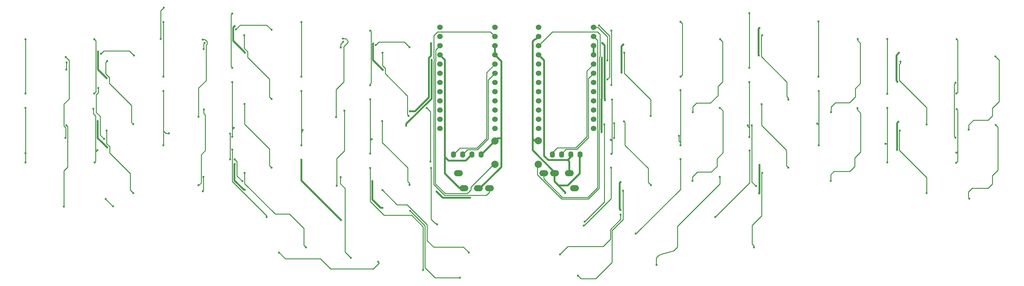
<source format=gtl>
G04 #@! TF.GenerationSoftware,KiCad,Pcbnew,(6.0.7)*
G04 #@! TF.CreationDate,2022-09-24T11:59:02+09:00*
G04 #@! TF.ProjectId,corne-cherry,636f726e-652d-4636-9865-7272792e6b69,3.0.1*
G04 #@! TF.SameCoordinates,Original*
G04 #@! TF.FileFunction,Copper,L1,Top*
G04 #@! TF.FilePolarity,Positive*
%FSLAX46Y46*%
G04 Gerber Fmt 4.6, Leading zero omitted, Abs format (unit mm)*
G04 Created by KiCad (PCBNEW (6.0.7)) date 2022-09-24 11:59:02*
%MOMM*%
%LPD*%
G01*
G04 APERTURE LIST*
G04 #@! TA.AperFunction,ComponentPad*
%ADD10C,1.524000*%
G04 #@! TD*
G04 #@! TA.AperFunction,ComponentPad*
%ADD11C,2.000000*%
G04 #@! TD*
G04 #@! TA.AperFunction,ComponentPad*
%ADD12O,1.397000X1.778000*%
G04 #@! TD*
G04 #@! TA.AperFunction,ComponentPad*
%ADD13O,2.500000X1.700000*%
G04 #@! TD*
G04 #@! TA.AperFunction,ViaPad*
%ADD14C,0.600000*%
G04 #@! TD*
G04 #@! TA.AperFunction,Conductor*
%ADD15C,0.250000*%
G04 #@! TD*
G04 #@! TA.AperFunction,Conductor*
%ADD16C,0.508000*%
G04 #@! TD*
G04 #@! TA.AperFunction,Conductor*
%ADD17C,0.500000*%
G04 #@! TD*
G04 #@! TA.AperFunction,Conductor*
%ADD18C,0.254000*%
G04 #@! TD*
G04 APERTURE END LIST*
D10*
X127203900Y-31942000D03*
X127203900Y-34482000D03*
X127203900Y-37022000D03*
X127203900Y-39562000D03*
X127203900Y-42102000D03*
X127203900Y-44642000D03*
X127203900Y-47182000D03*
X127203900Y-49722000D03*
X127203900Y-52262000D03*
X127203900Y-54802000D03*
X127203900Y-57342000D03*
X127203900Y-59882000D03*
X142423900Y-59882000D03*
X142423900Y-57342000D03*
X142423900Y-54802000D03*
X142423900Y-52262000D03*
X142423900Y-49722000D03*
X142423900Y-47182000D03*
X142423900Y-44642000D03*
X142423900Y-42102000D03*
X142423900Y-39562000D03*
X142423900Y-37022000D03*
X142423900Y-34482000D03*
X142423900Y-31942000D03*
X154378900Y-31912000D03*
X154378900Y-34452000D03*
X154378900Y-36992000D03*
X154378900Y-39532000D03*
X154378900Y-42072000D03*
X154378900Y-44612000D03*
X154378900Y-47152000D03*
X154378900Y-49692000D03*
X154378900Y-52232000D03*
X154378900Y-54772000D03*
X154378900Y-57312000D03*
X154378900Y-59852000D03*
X169598900Y-59852000D03*
X169598900Y-57312000D03*
X169598900Y-54772000D03*
X169598900Y-52232000D03*
X169598900Y-49692000D03*
X169598900Y-47152000D03*
X169598900Y-44612000D03*
X169598900Y-42072000D03*
X169598900Y-39532000D03*
X169598900Y-36992000D03*
X169598900Y-34452000D03*
X169598900Y-31912000D03*
D11*
X154304500Y-63272000D03*
X154304500Y-69772000D03*
X142424500Y-63281000D03*
X142424500Y-69781000D03*
D12*
X165797500Y-67020000D03*
X163257500Y-67020000D03*
X160717500Y-67020000D03*
X158177500Y-67020000D03*
X138568500Y-67028000D03*
X136028500Y-67028000D03*
X133488500Y-67028000D03*
X130948500Y-67028000D03*
D13*
X164337500Y-76370000D03*
X162837500Y-72170000D03*
X158837500Y-72170000D03*
X155837500Y-72170000D03*
X132334500Y-72192000D03*
X133834500Y-76392000D03*
X137834500Y-76392000D03*
X140834500Y-76392000D03*
D14*
X50307500Y-35105000D03*
X51107500Y-26505000D03*
X123607500Y-54205000D03*
X124607500Y-69005000D03*
X69382500Y-61305000D03*
X69382500Y-68405000D03*
X126493737Y-86382353D03*
X124807500Y-70805000D03*
X124807500Y-36305000D03*
X111507500Y-43705000D03*
X70632500Y-31605000D03*
X73507500Y-38905000D03*
X33032500Y-38605000D03*
X35407500Y-46005000D03*
X32932500Y-57805000D03*
X35507500Y-65105000D03*
X70632500Y-69705000D03*
X73507500Y-76804998D03*
X108632500Y-74405000D03*
X111407500Y-81805000D03*
X118907500Y-55105000D03*
X126297500Y-77305000D03*
X135547500Y-78960000D03*
X108862510Y-36393716D03*
X117907500Y-59105000D03*
X124957510Y-40905000D03*
X13007500Y-35205000D03*
X13007500Y-50205000D03*
X13007500Y-54205000D03*
X13007500Y-69205000D03*
X13007500Y-66705000D03*
X32007500Y-35205000D03*
X32107500Y-69205000D03*
X31707500Y-54405000D03*
X31964840Y-50194907D03*
X32796949Y-65894449D03*
X51007500Y-30505000D03*
X51007500Y-45505000D03*
X51007500Y-49505000D03*
X51007500Y-64505000D03*
X52577078Y-61174578D03*
X70007500Y-28105000D03*
X70007500Y-43105000D03*
X70007500Y-47105000D03*
X70007500Y-62105000D03*
X70407500Y-59705000D03*
X70007500Y-65705000D03*
X79507500Y-84305000D03*
X89007500Y-30505000D03*
X89007500Y-45505000D03*
X89007500Y-49505000D03*
X89007500Y-64505000D03*
X89407500Y-60305000D03*
X89007500Y-68505000D03*
X100007500Y-85205000D03*
X108007500Y-32805000D03*
X108007500Y-47905000D03*
X108007500Y-51805000D03*
X108007500Y-66805000D03*
X108407504Y-62805000D03*
X108007500Y-70805000D03*
X122607500Y-99005000D03*
X173357500Y-46265000D03*
X171063762Y-31389024D03*
X175232500Y-58415010D03*
X175232500Y-62500000D03*
X172537500Y-58715000D03*
X167110558Y-85628058D03*
X173357500Y-41015000D03*
X269607500Y-35205000D03*
X269507500Y-69305000D03*
X269617500Y-54555000D03*
X269592510Y-50205000D03*
X269547500Y-66550000D03*
X250507500Y-35105000D03*
X250507500Y-50305000D03*
X250507500Y-54205000D03*
X250507500Y-69205000D03*
X249997500Y-64100010D03*
X231507500Y-30305000D03*
X231507500Y-45505000D03*
X231607500Y-49505000D03*
X231607500Y-64505000D03*
X231234449Y-58513051D03*
X212507500Y-28005000D03*
X212507500Y-43105000D03*
X212507500Y-47105000D03*
X212507500Y-62205000D03*
X203087500Y-84335000D03*
X212557500Y-65985000D03*
X212107500Y-59020000D03*
X193507500Y-30405000D03*
X193507500Y-45505000D03*
X193507500Y-49305000D03*
X193507500Y-64505000D03*
X193517500Y-68325000D03*
X181187500Y-88895000D03*
X193137500Y-61875000D03*
X174507500Y-32805000D03*
X174507500Y-47805000D03*
X174607500Y-51905000D03*
X174507500Y-66905000D03*
X174417500Y-70675000D03*
X166887500Y-86675000D03*
X174297500Y-63015000D03*
X171857490Y-40305000D03*
X171787500Y-60895000D03*
X171934500Y-36205000D03*
X161807500Y-77705000D03*
X177037500Y-82385000D03*
X176987500Y-74685000D03*
X215257500Y-69915000D03*
X253577500Y-58005000D03*
X253757500Y-38945000D03*
X215297500Y-32055000D03*
X177777500Y-36645000D03*
X177253436Y-44469389D03*
X215217502Y-77775000D03*
X215152490Y-39708861D03*
X253314993Y-46956653D03*
X253172490Y-65734017D03*
X172707500Y-52045000D03*
X33107500Y-48705000D03*
X34727500Y-62720000D03*
X80807500Y-32605000D03*
X62107506Y-37954990D03*
X71007500Y-32505000D03*
X62387500Y-36246952D03*
X118807500Y-37405000D03*
X99882500Y-37455000D03*
X100597500Y-35880000D03*
X109562521Y-36805000D03*
X24107500Y-40105000D03*
X24007500Y-62505000D03*
X35507500Y-41205000D03*
X42707500Y-58705000D03*
X60707500Y-56655000D03*
X61907500Y-35305000D03*
X73307500Y-34105000D03*
X80807500Y-51705000D03*
X98607500Y-56755000D03*
X100443699Y-35003426D03*
X111407500Y-38905000D03*
X118607500Y-56405000D03*
X24307500Y-59005000D03*
X23607500Y-81405000D03*
X35407500Y-60405000D03*
X42707500Y-77705000D03*
X73407500Y-53105000D03*
X80807500Y-70705000D03*
X98807500Y-75705000D03*
X100857500Y-54905000D03*
X111307500Y-57805000D03*
X118807500Y-75405000D03*
X73407500Y-72105000D03*
X90307500Y-92705000D03*
X111407500Y-76905000D03*
X135200692Y-94111767D03*
X110207500Y-96705000D03*
X82907500Y-94105000D03*
X119007500Y-82605000D03*
X132707500Y-101105000D03*
X269282500Y-47215000D03*
X269261664Y-62382960D03*
X280317500Y-39965000D03*
X272977500Y-60175000D03*
X261307500Y-58745000D03*
X254167500Y-41355002D03*
X223232169Y-51890331D03*
X216047500Y-34105000D03*
X204437500Y-35185000D03*
X196907500Y-55365000D03*
X185337500Y-56385000D03*
X178037510Y-38905000D03*
X70707500Y-68405000D03*
X72757500Y-74440000D03*
X42907500Y-39705000D03*
X33807500Y-39205000D03*
X24402733Y-41609990D03*
X24307500Y-43570010D03*
X62232510Y-54605000D03*
X60677169Y-75535331D03*
X37107500Y-81355000D03*
X35107500Y-79305000D03*
X61907500Y-77205000D03*
X62032510Y-73205000D03*
X99907500Y-73305000D03*
X102707500Y-95605000D03*
X214327500Y-75765000D03*
X213147500Y-58980002D03*
X160337500Y-94635000D03*
X177042490Y-83655000D03*
X280367500Y-58895000D03*
X273117500Y-79255000D03*
X261327500Y-77755000D03*
X254007500Y-60425000D03*
X242277500Y-54295000D03*
X234907500Y-74355000D03*
X223267169Y-70725331D03*
X215897500Y-53155000D03*
X204397500Y-54145000D03*
X196857500Y-74365000D03*
X185367500Y-75525000D03*
X177937500Y-57865000D03*
X213767500Y-92735000D03*
X216007500Y-72135000D03*
X204327500Y-73235000D03*
X186947500Y-97485000D03*
X165207500Y-100455000D03*
X177707500Y-77035000D03*
X242337500Y-35145000D03*
X234977500Y-55355000D03*
D15*
X50307500Y-27305000D02*
X51107500Y-26505000D01*
X50307500Y-35105000D02*
X50307500Y-27305000D01*
X124607500Y-55205000D02*
X124607500Y-69005000D01*
X123607500Y-54205000D02*
X124607500Y-55205000D01*
X69382500Y-61305000D02*
X69382500Y-68405000D01*
X126193738Y-86082354D02*
X125984854Y-86082354D01*
X126493737Y-86382353D02*
X126193738Y-86082354D01*
X124782499Y-70830001D02*
X124807500Y-70805000D01*
X124782499Y-84879999D02*
X124782499Y-70830001D01*
X125984854Y-86082354D02*
X124782499Y-84879999D01*
D16*
X142423900Y-37022000D02*
X142423900Y-39562000D01*
X144134500Y-41272600D02*
X144134500Y-62571000D01*
X142423900Y-39562000D02*
X144134500Y-41272600D01*
X138677500Y-67028000D02*
X138568500Y-67028000D01*
X142424500Y-63281000D02*
X138677500Y-67028000D01*
X143134500Y-62571000D02*
X142424500Y-63281000D01*
X144134500Y-62571000D02*
X143134500Y-62571000D01*
X138302500Y-76392000D02*
X138568500Y-76658000D01*
X138256500Y-76392000D02*
X138302500Y-76392000D01*
X144134500Y-70514000D02*
X138256500Y-76392000D01*
X144134500Y-62571000D02*
X144134500Y-70514000D01*
D17*
X33032500Y-38605000D02*
X33032500Y-43630000D01*
X33032500Y-43630000D02*
X35407500Y-46005000D01*
X34007500Y-63605000D02*
X35507500Y-65105000D01*
X32932500Y-62530000D02*
X34007500Y-63605000D01*
X32932500Y-57805000D02*
X32932500Y-62530000D01*
X70607500Y-74205000D02*
X73207498Y-76804998D01*
X73207498Y-76804998D02*
X73507500Y-76804998D01*
X70607500Y-69730000D02*
X70607500Y-74205000D01*
X70632500Y-69705000D02*
X70607500Y-69730000D01*
X108632500Y-74405000D02*
X108632500Y-79530000D01*
X110907500Y-81805000D02*
X111407500Y-81805000D01*
X108632500Y-79530000D02*
X110907500Y-81805000D01*
X119331764Y-55105000D02*
X118907500Y-55105000D01*
X124807500Y-36305000D02*
X124807500Y-39805000D01*
X124207500Y-51305000D02*
X120407500Y-55105000D01*
X124207500Y-40405000D02*
X124207500Y-51305000D01*
X124807500Y-39805000D02*
X124207500Y-40405000D01*
X120407500Y-55105000D02*
X119331764Y-55105000D01*
X70257498Y-31980002D02*
X70257498Y-35654998D01*
X70257498Y-35654998D02*
X73207501Y-38605001D01*
X70632500Y-31605000D02*
X70257498Y-31980002D01*
X73207501Y-38605001D02*
X73507500Y-38905000D01*
X135123236Y-78960000D02*
X135547500Y-78960000D01*
X127952500Y-78960000D02*
X135123236Y-78960000D01*
X126297500Y-77305000D02*
X127952500Y-78960000D01*
X111507500Y-43705000D02*
X108812511Y-41010011D01*
X108812511Y-36443715D02*
X108862510Y-36393716D01*
X108812511Y-41010011D02*
X108812511Y-36443715D01*
X124907500Y-40955010D02*
X124957510Y-40905000D01*
X117907500Y-58605000D02*
X124907500Y-51605000D01*
X124907500Y-51605000D02*
X124907500Y-40955010D01*
X117907500Y-59105000D02*
X117907500Y-58605000D01*
D16*
X128627500Y-40937000D02*
X128627500Y-67737000D01*
X128419901Y-40778001D02*
X128468501Y-40778001D01*
X128468501Y-40778001D02*
X128627500Y-40937000D01*
X127203900Y-39562000D02*
X128419901Y-40778001D01*
X132682500Y-76392000D02*
X128627500Y-72337000D01*
X128627500Y-72337000D02*
X128627500Y-67737000D01*
X133834500Y-76392000D02*
X132682500Y-76392000D01*
X134326500Y-68730000D02*
X136028500Y-67028000D01*
X129620500Y-68730000D02*
X134326500Y-68730000D01*
X128627500Y-67737000D02*
X129620500Y-68730000D01*
D15*
X13007500Y-35205000D02*
X13007500Y-50205000D01*
X13007500Y-54205000D02*
X13007500Y-57305000D01*
X13007500Y-66705000D02*
X13007500Y-69205000D01*
X13007500Y-57305000D02*
X13007500Y-66705000D01*
X32307500Y-69005000D02*
X32107500Y-69205000D01*
X31707500Y-55805000D02*
X32307500Y-56405000D01*
X31707500Y-54405000D02*
X31707500Y-55805000D01*
X32264839Y-49894908D02*
X31964840Y-50194907D01*
X32007500Y-35205000D02*
X32407500Y-35605000D01*
X32407500Y-35605000D02*
X32407500Y-49752247D01*
X32407500Y-49752247D02*
X32264839Y-49894908D01*
X32307500Y-66205000D02*
X32307500Y-69005000D01*
X32307500Y-56405000D02*
X32307500Y-66205000D01*
X32486398Y-66205000D02*
X32496950Y-66194448D01*
X32496950Y-66194448D02*
X32796949Y-65894449D01*
X32307500Y-66205000D02*
X32486398Y-66205000D01*
X51007500Y-30505000D02*
X51007500Y-45505000D01*
X51007500Y-49505000D02*
X51007500Y-60505000D01*
X51007500Y-60505000D02*
X51007500Y-64505000D01*
X51007500Y-60505000D02*
X51677078Y-61174578D01*
X52152814Y-61174578D02*
X52577078Y-61174578D01*
X51677078Y-61174578D02*
X52152814Y-61174578D01*
X70107501Y-60004999D02*
X70407500Y-59705000D01*
X70007500Y-60005000D02*
X70107501Y-60004999D01*
X70007500Y-47105000D02*
X70007500Y-60005000D01*
X70007500Y-60005000D02*
X70007500Y-62105000D01*
X70007500Y-74505000D02*
X79507500Y-84005000D01*
X79507500Y-84005000D02*
X79507500Y-84305000D01*
X70007500Y-65705000D02*
X70007500Y-74505000D01*
X70007500Y-28105000D02*
X69682488Y-28430012D01*
X69682488Y-42779988D02*
X69707501Y-42805001D01*
X69682488Y-28430012D02*
X69682488Y-42779988D01*
X69707501Y-42805001D02*
X70007500Y-43105000D01*
X89007500Y-30505000D02*
X89007500Y-45505000D01*
X89007500Y-62305000D02*
X89007500Y-64505000D01*
X89007500Y-49505000D02*
X89007500Y-62305000D01*
X89007500Y-61105000D02*
X89007500Y-62305000D01*
X89407500Y-60305000D02*
X89007500Y-61105000D01*
D17*
X99707501Y-84905001D02*
X100007500Y-85205000D01*
X89007500Y-68505000D02*
X89007500Y-74205000D01*
X89007500Y-74205000D02*
X99707501Y-84905001D01*
D15*
X108007500Y-51805000D02*
X108007500Y-66805000D01*
D18*
X108107505Y-63104999D02*
X108407504Y-62805000D01*
X108007500Y-63105000D02*
X108107505Y-63104999D01*
D15*
X111807500Y-83805000D02*
X119407500Y-83805000D01*
X119407500Y-83805000D02*
X122607500Y-87005000D01*
X108007500Y-80005000D02*
X111807500Y-83805000D01*
X122607500Y-87005000D02*
X122607500Y-99005000D01*
X108007500Y-70805000D02*
X108007500Y-80005000D01*
X108007500Y-47480736D02*
X108007500Y-47905000D01*
X108237500Y-33035000D02*
X108237500Y-47250736D01*
X108007500Y-32805000D02*
X108237500Y-33035000D01*
X108237500Y-47250736D02*
X108007500Y-47480736D01*
D18*
X125534502Y-34193998D02*
X125534502Y-40554028D01*
X125534502Y-40554028D02*
X125584512Y-40604038D01*
X125534502Y-41255972D02*
X125534502Y-75370986D01*
X125534502Y-75370986D02*
X128463516Y-78300000D01*
X140834500Y-77496000D02*
X140834500Y-76392000D01*
X126514500Y-33214000D02*
X125534502Y-34193998D01*
X134969536Y-78300000D02*
X134986538Y-78282998D01*
X142423900Y-34482000D02*
X141155900Y-33214000D01*
X125584512Y-40604038D02*
X125584512Y-41205962D01*
X134986538Y-78282998D02*
X140047502Y-78282998D01*
X128463516Y-78300000D02*
X134969536Y-78300000D01*
X141155900Y-33214000D02*
X126514500Y-33214000D01*
X125584512Y-41205962D02*
X125534502Y-41255972D01*
X140047502Y-78282998D02*
X140834500Y-77496000D01*
X135807500Y-76040000D02*
X142066500Y-69781000D01*
X135807500Y-76819968D02*
X135807500Y-76040000D01*
X125988513Y-41444029D02*
X125988513Y-75182929D01*
X134787468Y-77840000D02*
X135807500Y-76819968D01*
X125988513Y-75182929D02*
X128645584Y-77840000D01*
X142066500Y-69781000D02*
X142424500Y-69781000D01*
X126038522Y-41394020D02*
X125988513Y-41444029D01*
X128645584Y-77840000D02*
X134787468Y-77840000D01*
X126038522Y-38187378D02*
X126038522Y-41394020D01*
X127203900Y-37022000D02*
X126038522Y-38187378D01*
X134186999Y-66329501D02*
X133488500Y-67028000D01*
X142423900Y-44642000D02*
X140558511Y-46507389D01*
X134808489Y-65708011D02*
X134186999Y-66329501D01*
X140558510Y-62742058D02*
X137592557Y-65708011D01*
X137592557Y-65708011D02*
X134808489Y-65708011D01*
X140558511Y-46507389D02*
X140558510Y-62742058D01*
X137404500Y-65254000D02*
X132704500Y-65254000D01*
X132704500Y-65254000D02*
X130948500Y-67010000D01*
X140104500Y-44421400D02*
X140104500Y-62554000D01*
X140104500Y-62554000D02*
X137404500Y-65254000D01*
X130948500Y-67010000D02*
X130948500Y-67028000D01*
X142423900Y-42102000D02*
X140104500Y-44421400D01*
D15*
X173982501Y-34307763D02*
X171063762Y-31389024D01*
X173982501Y-45639999D02*
X173982501Y-34307763D01*
X173357500Y-46265000D02*
X173982501Y-45639999D01*
X175232500Y-58415010D02*
X175232500Y-62500000D01*
X172537500Y-80201116D02*
X167110558Y-85628058D01*
X172537500Y-58715000D02*
X172537500Y-80201116D01*
D18*
X155837500Y-72170000D02*
X155837500Y-73170000D01*
X160968489Y-78890989D02*
X155837500Y-73760000D01*
X167954443Y-78890989D02*
X160968489Y-78890989D01*
X170646488Y-76198944D02*
X167954443Y-78890989D01*
X170646488Y-60155982D02*
X170646488Y-76198944D01*
X170687901Y-60114569D02*
X170646488Y-60155982D01*
X170687901Y-35537001D02*
X170687901Y-60114569D01*
X155837500Y-73760000D02*
X155837500Y-72170000D01*
X169603900Y-34453000D02*
X170687901Y-35537001D01*
X169603900Y-42073000D02*
X167674500Y-44002400D01*
X158039500Y-66680000D02*
X158039500Y-67015000D01*
X164648511Y-65170989D02*
X159548511Y-65170989D01*
X167674500Y-44002400D02*
X167674500Y-62145000D01*
X159548511Y-65170989D02*
X158039500Y-66680000D01*
X167674500Y-62145000D02*
X164648511Y-65170989D01*
X161969500Y-65625000D02*
X160579500Y-67015000D01*
X168128511Y-46088389D02*
X168128511Y-62390989D01*
X164894500Y-65625000D02*
X161969500Y-65625000D01*
X169603900Y-44613000D02*
X168128511Y-46088389D01*
X168128511Y-62390989D02*
X164894500Y-65625000D01*
D15*
X173357500Y-34547970D02*
X173357500Y-41015000D01*
X170721530Y-31912000D02*
X173357500Y-34547970D01*
X169643900Y-31912000D02*
X170721530Y-31912000D01*
D18*
X154057500Y-70019000D02*
X154304500Y-69772000D01*
X160772500Y-79345000D02*
X154057500Y-72630000D01*
X154057500Y-72630000D02*
X154057500Y-70019000D01*
X171100499Y-76387001D02*
X168142500Y-79345000D01*
X171141911Y-60302627D02*
X171100499Y-60344039D01*
X171100499Y-60344039D02*
X171100499Y-76387001D01*
X171141912Y-40092614D02*
X171141911Y-60302627D01*
X171307500Y-39927026D02*
X171141912Y-40092614D01*
X168142500Y-79345000D02*
X160772500Y-79345000D01*
X158201900Y-33175000D02*
X170634500Y-33175000D01*
X154383900Y-36993000D02*
X158201900Y-33175000D01*
X170634500Y-33175000D02*
X171307500Y-33848000D01*
X171307500Y-33848000D02*
X171307500Y-39927026D01*
D15*
X269907500Y-68905000D02*
X269507500Y-69305000D01*
X269897500Y-64485000D02*
X269907500Y-68905000D01*
X269897500Y-64485000D02*
X269917499Y-64465001D01*
X269917499Y-64465001D02*
X269917499Y-54854999D01*
X269917499Y-54854999D02*
X269617500Y-54555000D01*
X269607500Y-35205000D02*
X269907500Y-35505000D01*
X269907500Y-35505000D02*
X269907500Y-49890010D01*
X269907500Y-49890010D02*
X269892509Y-49905001D01*
X269892509Y-49905001D02*
X269592510Y-50205000D01*
X269899204Y-66198296D02*
X269547500Y-66550000D01*
X269899204Y-64486704D02*
X269899204Y-66198296D01*
X269897500Y-64485000D02*
X269899204Y-64486704D01*
X250507500Y-35105000D02*
X250507500Y-50305000D01*
X250507500Y-64185746D02*
X250421764Y-64100010D01*
X250507500Y-64335000D02*
X250507500Y-64185746D01*
X250421764Y-64100010D02*
X249997500Y-64100010D01*
X250507500Y-54205000D02*
X250507500Y-64335000D01*
X250507500Y-64335000D02*
X250507500Y-69205000D01*
X231507500Y-30305000D02*
X231507500Y-45505000D01*
X231607500Y-49505000D02*
X231607500Y-59795000D01*
X231607500Y-59795000D02*
X231607500Y-64505000D01*
X231607500Y-58886102D02*
X231534448Y-58813050D01*
X231607500Y-59795000D02*
X231607500Y-58886102D01*
X231534448Y-58813050D02*
X231234449Y-58513051D01*
X212507500Y-28005000D02*
X212507500Y-43105000D01*
X212507500Y-62005000D02*
X212507500Y-62205000D01*
X212557500Y-74865000D02*
X212557500Y-65985000D01*
X203087500Y-84335000D02*
X212557500Y-74865000D01*
X212507500Y-47105000D02*
X212507500Y-60295000D01*
X212507500Y-60295000D02*
X212507500Y-62005000D01*
X212107500Y-59240000D02*
X212107500Y-59020000D01*
X212507500Y-59640000D02*
X212107500Y-59240000D01*
X212507500Y-60295000D02*
X212507500Y-59640000D01*
X194007500Y-45005000D02*
X193507500Y-45505000D01*
X194007500Y-30905000D02*
X194007500Y-45005000D01*
X193507500Y-30405000D02*
X194007500Y-30905000D01*
X181287500Y-88895000D02*
X181187500Y-88895000D01*
X193517500Y-76665000D02*
X181287500Y-88895000D01*
X193517500Y-68325000D02*
X193517500Y-76665000D01*
X193507500Y-49305000D02*
X193507500Y-63715000D01*
X193507500Y-63715000D02*
X193507500Y-64505000D01*
X193137500Y-63345000D02*
X193137500Y-62299264D01*
X193507500Y-63715000D02*
X193137500Y-63345000D01*
X193137500Y-62299264D02*
X193137500Y-61875000D01*
X174507500Y-32805000D02*
X174507500Y-47805000D01*
X174607500Y-66805000D02*
X174507500Y-66905000D01*
X174417500Y-70675000D02*
X174417500Y-79205000D01*
X166947500Y-86675000D02*
X166887500Y-86675000D01*
X174417500Y-79205000D02*
X166947500Y-86675000D01*
X174607500Y-51905000D02*
X174607500Y-64475000D01*
X174607500Y-64475000D02*
X174607500Y-66805000D01*
X174607500Y-63295000D02*
X174327500Y-63015000D01*
X174327500Y-63015000D02*
X174297500Y-63015000D01*
X174607500Y-64475000D02*
X174607500Y-63295000D01*
D17*
X163214500Y-67015000D02*
X163119500Y-67015000D01*
X163244500Y-67045000D02*
X163214500Y-67015000D01*
X171857490Y-51685008D02*
X171787500Y-51754998D01*
X171787500Y-51754998D02*
X171787500Y-60470736D01*
X171857490Y-40305000D02*
X171857490Y-51685008D01*
X171787500Y-60470736D02*
X171787500Y-60895000D01*
X162469500Y-68600000D02*
X163244500Y-67825000D01*
X163244500Y-67825000D02*
X163244500Y-67045000D01*
X162837500Y-68968000D02*
X162837500Y-72170000D01*
X162469500Y-68600000D02*
X162837500Y-68968000D01*
X161534500Y-68600000D02*
X162469500Y-68600000D01*
X159047500Y-68610000D02*
X159057500Y-68600000D01*
X157097500Y-68610000D02*
X159047500Y-68610000D01*
X159057500Y-68600000D02*
X161534500Y-68600000D01*
X154383900Y-39533000D02*
X155917500Y-41066600D01*
X155917500Y-67430000D02*
X157097500Y-68610000D01*
X155917500Y-41066600D02*
X155917500Y-67430000D01*
D16*
X152784500Y-35845000D02*
X152784500Y-62752000D01*
X153414501Y-35214999D02*
X152784500Y-35845000D01*
X153621901Y-35214999D02*
X153414501Y-35214999D01*
X154383900Y-34453000D02*
X153621901Y-35214999D01*
D17*
X169603900Y-36993000D02*
X169603900Y-39533000D01*
X165689500Y-67045000D02*
X165784500Y-67045000D01*
X165659500Y-67015000D02*
X165689500Y-67045000D01*
D16*
X153304500Y-63272000D02*
X154304500Y-63272000D01*
X152784500Y-62752000D02*
X153304500Y-63272000D01*
X158837500Y-72170000D02*
X158837500Y-73170000D01*
X158837500Y-71948000D02*
X158837500Y-72170000D01*
X152784500Y-65895000D02*
X158837500Y-71948000D01*
X152784500Y-62752000D02*
X152784500Y-65895000D01*
D17*
X158837500Y-74520000D02*
X158837500Y-73170000D01*
X158837500Y-74538000D02*
X158837500Y-74520000D01*
X159924500Y-75625000D02*
X158837500Y-74538000D01*
X165784500Y-72295000D02*
X162454500Y-75625000D01*
X162454500Y-75625000D02*
X159924500Y-75625000D01*
X165784500Y-67045000D02*
X165784500Y-72295000D01*
X161807500Y-77508000D02*
X158837500Y-74538000D01*
X161807500Y-77705000D02*
X161807500Y-77508000D01*
X176737501Y-74934999D02*
X176987500Y-74685000D01*
X176737501Y-82085001D02*
X176737501Y-74934999D01*
X177037500Y-82385000D02*
X176737501Y-82085001D01*
X177287500Y-37135000D02*
X177287500Y-44435325D01*
X177777500Y-36645000D02*
X177287500Y-37135000D01*
X177287500Y-44435325D02*
X177253436Y-44469389D01*
X215257500Y-69915000D02*
X215257500Y-77735002D01*
X215257500Y-77735002D02*
X215217502Y-77775000D01*
X214997501Y-39553872D02*
X215152490Y-39708861D01*
X214997501Y-32354999D02*
X214997501Y-39553872D01*
X215297500Y-32055000D02*
X214997501Y-32354999D01*
X253757500Y-38945000D02*
X253014994Y-39687506D01*
X253014994Y-39687506D02*
X253014994Y-46656654D01*
X253014994Y-46656654D02*
X253314993Y-46956653D01*
X253172490Y-58410010D02*
X253172490Y-65309753D01*
X253172490Y-65309753D02*
X253172490Y-65734017D01*
X253577500Y-58005000D02*
X253172490Y-58410010D01*
X172707500Y-51620736D02*
X172707500Y-52045000D01*
X171934500Y-36205000D02*
X172607500Y-36878000D01*
X172607500Y-36878000D02*
X172607500Y-51520736D01*
X172607500Y-51520736D02*
X172707500Y-51620736D01*
D15*
X33577500Y-61660000D02*
X34637500Y-62720000D01*
X32507500Y-55405000D02*
X33577500Y-56475000D01*
X33107500Y-49905000D02*
X32507500Y-50505000D01*
X33577500Y-56475000D02*
X33577500Y-61660000D01*
X34637500Y-62720000D02*
X34727500Y-62720000D01*
X32507500Y-50505000D02*
X32507500Y-55405000D01*
X33107500Y-48705000D02*
X33107500Y-49905000D01*
X62107506Y-37954990D02*
X62107506Y-36526946D01*
X62107506Y-36526946D02*
X62387500Y-36246952D01*
X72202500Y-31310000D02*
X71307499Y-32205001D01*
X79512500Y-31310000D02*
X72202500Y-31310000D01*
X71307499Y-32205001D02*
X71007500Y-32505000D01*
X80807500Y-32605000D02*
X79512500Y-31310000D01*
X99882500Y-36595000D02*
X100597500Y-35880000D01*
X99882500Y-37455000D02*
X99882500Y-36595000D01*
X118807500Y-37405000D02*
X117407500Y-36005000D01*
X117407500Y-36005000D02*
X110362521Y-36005000D01*
X109862520Y-36505001D02*
X109562521Y-36805000D01*
X110362521Y-36005000D02*
X109862520Y-36505001D01*
X24107500Y-59705000D02*
X24107500Y-62405000D01*
X23607501Y-59205001D02*
X24107500Y-59705000D01*
X23607501Y-53104999D02*
X23607501Y-59205001D01*
X25027735Y-41025235D02*
X25027735Y-51684765D01*
X25027735Y-51684765D02*
X23607501Y-53104999D01*
X24107500Y-62405000D02*
X24007500Y-62505000D01*
X24107500Y-40105000D02*
X25027735Y-41025235D01*
X42207500Y-53510000D02*
X42207500Y-58205000D01*
X35507500Y-41205000D02*
X35107500Y-41605000D01*
X35107500Y-44790000D02*
X36117500Y-45800000D01*
X36117500Y-47420000D02*
X42207500Y-53510000D01*
X42207500Y-58205000D02*
X42707500Y-58705000D01*
X36117500Y-45800000D02*
X36117500Y-47420000D01*
X35107500Y-41605000D02*
X35107500Y-44790000D01*
X63042502Y-35889998D02*
X62457504Y-35305000D01*
X60707500Y-48705000D02*
X62807500Y-46605000D01*
X62807500Y-36775004D02*
X63042502Y-36540002D01*
X62331764Y-35305000D02*
X61907500Y-35305000D01*
X60707500Y-56655000D02*
X60707500Y-48705000D01*
X62457504Y-35305000D02*
X62331764Y-35305000D01*
X63042502Y-36540002D02*
X63042502Y-35889998D01*
X62807500Y-46605000D02*
X62807500Y-36775004D01*
X80207500Y-51105000D02*
X80807500Y-51705000D01*
X80207500Y-46220000D02*
X80207500Y-51105000D01*
X74187500Y-40200000D02*
X80207500Y-46220000D01*
X74187500Y-38610000D02*
X74187500Y-40200000D01*
X73307500Y-37730000D02*
X74187500Y-38610000D01*
X73307500Y-34105000D02*
X73307500Y-37730000D01*
X100707499Y-37265005D02*
X101812502Y-36160002D01*
X101255930Y-35003426D02*
X100867963Y-35003426D01*
X101812502Y-36160002D02*
X101812502Y-35559998D01*
X98607500Y-56755000D02*
X98607500Y-49105000D01*
X98607500Y-49105000D02*
X100707499Y-47005001D01*
X101812502Y-35559998D02*
X101255930Y-35003426D01*
X100707499Y-47005001D02*
X100707499Y-37265005D01*
X100867963Y-35003426D02*
X100443699Y-35003426D01*
X118282499Y-50854999D02*
X118282499Y-56079999D01*
X112147500Y-44720000D02*
X118282499Y-50854999D01*
X118282499Y-56079999D02*
X118607500Y-56405000D01*
X112147500Y-43270000D02*
X112147500Y-44720000D01*
X111407500Y-42530000D02*
X112147500Y-43270000D01*
X111407500Y-38905000D02*
X111407500Y-42530000D01*
X23607500Y-80980736D02*
X23607500Y-81405000D01*
X23607500Y-71505000D02*
X23607500Y-80980736D01*
X24632501Y-70479999D02*
X23607500Y-71505000D01*
X24307500Y-59005000D02*
X24632501Y-59330001D01*
X24632501Y-59330001D02*
X24632501Y-70479999D01*
X41907500Y-76905000D02*
X42707500Y-77705000D01*
X41907500Y-72305000D02*
X41907500Y-76905000D01*
X36187500Y-64830000D02*
X36187500Y-66585000D01*
X36187500Y-66585000D02*
X41907500Y-72305000D01*
X35407500Y-64050000D02*
X36187500Y-64830000D01*
X35407500Y-60405000D02*
X35407500Y-64050000D01*
X80207500Y-70105000D02*
X80807500Y-70705000D01*
X80207500Y-65505000D02*
X80207500Y-70105000D01*
X73407500Y-58705000D02*
X80207500Y-65505000D01*
X73407500Y-53105000D02*
X73407500Y-58705000D01*
X100857500Y-66055000D02*
X100857500Y-55329264D01*
X98807500Y-68105000D02*
X100857500Y-66055000D01*
X98807500Y-75705000D02*
X98807500Y-68105000D01*
X100857500Y-55329264D02*
X100857500Y-54905000D01*
X118807500Y-74980736D02*
X118807500Y-75405000D01*
X118307500Y-74480736D02*
X118807500Y-74980736D01*
X111307500Y-63705000D02*
X118307500Y-70705000D01*
X118307500Y-70705000D02*
X118307500Y-74480736D01*
X111307500Y-57805000D02*
X111307500Y-63705000D01*
X89707500Y-92105000D02*
X90307500Y-92705000D01*
X89707500Y-87440000D02*
X89707500Y-92105000D01*
X85777500Y-83510000D02*
X89707500Y-87440000D01*
X81867500Y-83510000D02*
X85777500Y-83510000D01*
X73407500Y-75050000D02*
X81867500Y-83510000D01*
X73407500Y-72105000D02*
X73407500Y-75050000D01*
X118207500Y-80905000D02*
X123707500Y-86405000D01*
X111407500Y-76905000D02*
X115407500Y-80905000D01*
X115407500Y-80905000D02*
X118207500Y-80905000D01*
X123707500Y-86405000D02*
X123707500Y-90805000D01*
X125507500Y-92605000D02*
X133693925Y-92605000D01*
X123707500Y-90805000D02*
X125507500Y-92605000D01*
X134900693Y-93811768D02*
X135200692Y-94111767D01*
X133693925Y-92605000D02*
X134900693Y-93811768D01*
X110207500Y-96705000D02*
X110507500Y-97005000D01*
X110507500Y-97005000D02*
X108807500Y-98705000D01*
X108807500Y-98705000D02*
X108707500Y-98605000D01*
X108707500Y-98605000D02*
X97107500Y-98605000D01*
X97107500Y-98605000D02*
X94307500Y-95805000D01*
X84607500Y-95805000D02*
X82907500Y-94105000D01*
X94307500Y-95805000D02*
X84607500Y-95805000D01*
X125907500Y-101105000D02*
X132707500Y-101105000D01*
X123107500Y-98305000D02*
X125907500Y-101105000D01*
X123107500Y-86705000D02*
X123107500Y-98305000D01*
X119007500Y-82605000D02*
X123107500Y-86705000D01*
X269282500Y-47215000D02*
X268961665Y-47535835D01*
X268961665Y-47535835D02*
X268961665Y-62082961D01*
X268961665Y-62082961D02*
X269261664Y-62382960D01*
X280317500Y-39965000D02*
X281337500Y-40985000D01*
X281337500Y-40985000D02*
X281337500Y-52375000D01*
X281337500Y-52375000D02*
X279447500Y-54265000D01*
X279447500Y-54265000D02*
X279447500Y-56385000D01*
X279447500Y-56385000D02*
X278307500Y-57525000D01*
X278307500Y-57525000D02*
X274297500Y-57525000D01*
X272977500Y-58845000D02*
X272977500Y-60175000D01*
X274297500Y-57525000D02*
X272977500Y-58845000D01*
X253817500Y-46585000D02*
X253817500Y-42129266D01*
X261307500Y-54075000D02*
X253817500Y-46585000D01*
X254167500Y-41779266D02*
X254167500Y-41355002D01*
X253817500Y-42129266D02*
X254167500Y-41779266D01*
X261307500Y-58745000D02*
X261307500Y-54075000D01*
X222827500Y-51061398D02*
X222827500Y-47035000D01*
X223232169Y-51890331D02*
X223232169Y-51466067D01*
X215777500Y-34375000D02*
X216047500Y-34105000D01*
X215777500Y-39985000D02*
X215777500Y-34375000D01*
X222827500Y-47035000D02*
X215777500Y-39985000D01*
X223232169Y-51466067D02*
X222827500Y-51061398D01*
X196907500Y-53865000D02*
X196907500Y-55365000D01*
X201757500Y-52855000D02*
X197917500Y-52855000D01*
X203857500Y-50755000D02*
X201757500Y-52855000D01*
X197917500Y-52855000D02*
X196907500Y-53865000D01*
X203857500Y-48255000D02*
X203857500Y-50755000D01*
X205157500Y-46955000D02*
X203857500Y-48255000D01*
X205157500Y-35905000D02*
X205157500Y-46955000D01*
X204437500Y-35185000D02*
X205157500Y-35905000D01*
X178037510Y-44595010D02*
X178037510Y-39329264D01*
X185337500Y-51895000D02*
X178037510Y-44595010D01*
X185337500Y-56385000D02*
X185337500Y-51895000D01*
X178037510Y-39329264D02*
X178037510Y-38905000D01*
X71307500Y-72990000D02*
X72757500Y-74440000D01*
X71307500Y-69005000D02*
X71307500Y-72990000D01*
X70707500Y-68405000D02*
X71307500Y-69005000D01*
X41607500Y-38405000D02*
X34607500Y-38405000D01*
X42907500Y-39705000D02*
X41607500Y-38405000D01*
X34107499Y-38905001D02*
X33807500Y-39205000D01*
X34607500Y-38405000D02*
X34107499Y-38905001D01*
X24307500Y-41705223D02*
X24402733Y-41609990D01*
X24307500Y-43570010D02*
X24307500Y-41705223D01*
X62532509Y-56130009D02*
X62107500Y-55705000D01*
X60807500Y-75505000D02*
X61407500Y-74905000D01*
X60677169Y-75535331D02*
X60707500Y-75505000D01*
X62532509Y-65979991D02*
X62532509Y-56130009D01*
X62107500Y-54730010D02*
X62232510Y-54605000D01*
X61407500Y-74905000D02*
X61407500Y-67105000D01*
X60707500Y-75505000D02*
X60807500Y-75505000D01*
X62107500Y-55705000D02*
X62107500Y-54730010D01*
X61407500Y-67105000D02*
X62532509Y-65979991D01*
X37107500Y-81355000D02*
X35207500Y-79455000D01*
X35207500Y-79405000D02*
X35107500Y-79305000D01*
X35207500Y-79455000D02*
X35207500Y-79405000D01*
X62007500Y-73230010D02*
X62032510Y-73205000D01*
X62007500Y-77105000D02*
X62007500Y-73230010D01*
X61907500Y-77205000D02*
X62007500Y-77105000D01*
X101107500Y-76405000D02*
X101107500Y-94005000D01*
X99807500Y-73405000D02*
X99807500Y-75105000D01*
X101107500Y-94005000D02*
X102707500Y-95605000D01*
X99807500Y-75105000D02*
X101107500Y-76405000D01*
X99907500Y-73305000D02*
X99807500Y-73405000D01*
X213187500Y-59444266D02*
X213147500Y-59404266D01*
X213187500Y-74625000D02*
X213187500Y-59444266D01*
X214327500Y-75765000D02*
X213187500Y-74625000D01*
X213147500Y-59404266D02*
X213147500Y-58980002D01*
X177042490Y-84920010D02*
X177042490Y-83655000D01*
X174187500Y-87775000D02*
X177042490Y-84920010D01*
X160337500Y-94635000D02*
X160337500Y-94550000D01*
X172167500Y-92430000D02*
X174187500Y-90410000D01*
X162457500Y-92430000D02*
X172167500Y-92430000D01*
X174187500Y-90410000D02*
X174187500Y-87775000D01*
X160337500Y-94550000D02*
X162457500Y-92430000D01*
X272887500Y-79025000D02*
X273117500Y-79255000D01*
X272887500Y-77370000D02*
X272887500Y-79025000D01*
X279467500Y-75185000D02*
X278302500Y-76350000D01*
X279467500Y-72895000D02*
X279467500Y-75185000D01*
X278302500Y-76350000D02*
X273907500Y-76350000D01*
X280979501Y-71382999D02*
X279467500Y-72895000D01*
X280979501Y-59507001D02*
X280979501Y-71382999D01*
X273907500Y-76350000D02*
X272887500Y-77370000D01*
X280367500Y-58895000D02*
X280979501Y-59507001D01*
X253797500Y-65845000D02*
X253797500Y-60635000D01*
X261327500Y-73375000D02*
X253797500Y-65845000D01*
X253797500Y-60635000D02*
X254007500Y-60425000D01*
X261327500Y-77755000D02*
X261327500Y-73375000D01*
X234887500Y-74335000D02*
X234907500Y-74355000D01*
X234887500Y-72615000D02*
X234887500Y-74335000D01*
X235767500Y-71735000D02*
X234887500Y-72615000D01*
X241527500Y-70385000D02*
X240177500Y-71735000D01*
X243167500Y-55609264D02*
X243167500Y-66375000D01*
X241527500Y-68015000D02*
X241527500Y-70385000D01*
X240177500Y-71735000D02*
X235767500Y-71735000D01*
X242277500Y-54719264D02*
X243167500Y-55609264D01*
X243167500Y-66375000D02*
X241527500Y-68015000D01*
X242277500Y-54295000D02*
X242277500Y-54719264D01*
X223267169Y-70725331D02*
X222707500Y-70165662D01*
X222707500Y-66227998D02*
X222687500Y-66207998D01*
X222707500Y-70165662D02*
X222707500Y-66227998D01*
X222687500Y-66207998D02*
X222687500Y-65755000D01*
X215897500Y-58965000D02*
X215897500Y-53155000D01*
X222687500Y-65755000D02*
X215897500Y-58965000D01*
X204397500Y-54145000D02*
X205227500Y-54975000D01*
X205227500Y-54975000D02*
X205227500Y-66575000D01*
X205227500Y-66575000D02*
X203587500Y-68215000D01*
X203587500Y-68215000D02*
X203587500Y-70315000D01*
X202007510Y-71894990D02*
X198157490Y-71894990D01*
X203587500Y-70315000D02*
X202007510Y-71894990D01*
X196857500Y-73194980D02*
X196857500Y-74365000D01*
X198157490Y-71894990D02*
X196857500Y-73194980D01*
X185367500Y-75525000D02*
X184617500Y-74775000D01*
X184617500Y-70887998D02*
X178234502Y-64505000D01*
X184617500Y-74775000D02*
X184617500Y-70887998D01*
X178234502Y-58162002D02*
X177937500Y-57865000D01*
X178234502Y-64505000D02*
X178234502Y-58162002D01*
X213247500Y-91790736D02*
X213247500Y-86575000D01*
X213767500Y-92310736D02*
X213247500Y-91790736D01*
X213767500Y-92735000D02*
X213767500Y-92310736D01*
X214737500Y-85085000D02*
X215842503Y-83979997D01*
X213247500Y-86575000D02*
X214737500Y-85085000D01*
X214737500Y-85085000D02*
X215237500Y-84585000D01*
X215842503Y-72299997D02*
X216007500Y-72135000D01*
X215842503Y-83979997D02*
X215842503Y-72299997D01*
X186837500Y-97375000D02*
X186947500Y-97485000D01*
X186837500Y-95620000D02*
X186837500Y-97375000D01*
X192667500Y-92650000D02*
X191694520Y-93622979D01*
X187551049Y-94906451D02*
X186837500Y-95620000D01*
X191694520Y-93622979D02*
X187950366Y-94626221D01*
X204327500Y-75190000D02*
X192667500Y-86850000D01*
X192667500Y-86850000D02*
X192667500Y-92650000D01*
X187697500Y-94790000D02*
X187551049Y-94906451D01*
X187901823Y-94710298D02*
X187697500Y-94790000D01*
X187950366Y-94626221D02*
X187901823Y-94710298D01*
X204327500Y-73235000D02*
X204327500Y-75190000D01*
X177667500Y-77075000D02*
X177707500Y-77035000D01*
X174667500Y-88015000D02*
X177667500Y-85015000D01*
X177667500Y-85015000D02*
X177667500Y-77075000D01*
X170167500Y-101360000D02*
X174667500Y-96860000D01*
X174667500Y-96860000D02*
X174667500Y-88015000D01*
X166112500Y-101360000D02*
X170167500Y-101360000D01*
X165207500Y-100455000D02*
X166112500Y-101360000D01*
X234977500Y-53950000D02*
X234977500Y-55355000D01*
X236212500Y-52715000D02*
X234977500Y-53950000D01*
X240087500Y-52715000D02*
X236212500Y-52715000D01*
X242337500Y-35569264D02*
X243087500Y-36319264D01*
X241677500Y-48835000D02*
X241677500Y-51125000D01*
X243087500Y-47425000D02*
X241677500Y-48835000D01*
X241677500Y-51125000D02*
X240087500Y-52715000D01*
X243087500Y-36319264D02*
X243087500Y-47425000D01*
X242337500Y-35145000D02*
X242337500Y-35569264D01*
M02*

</source>
